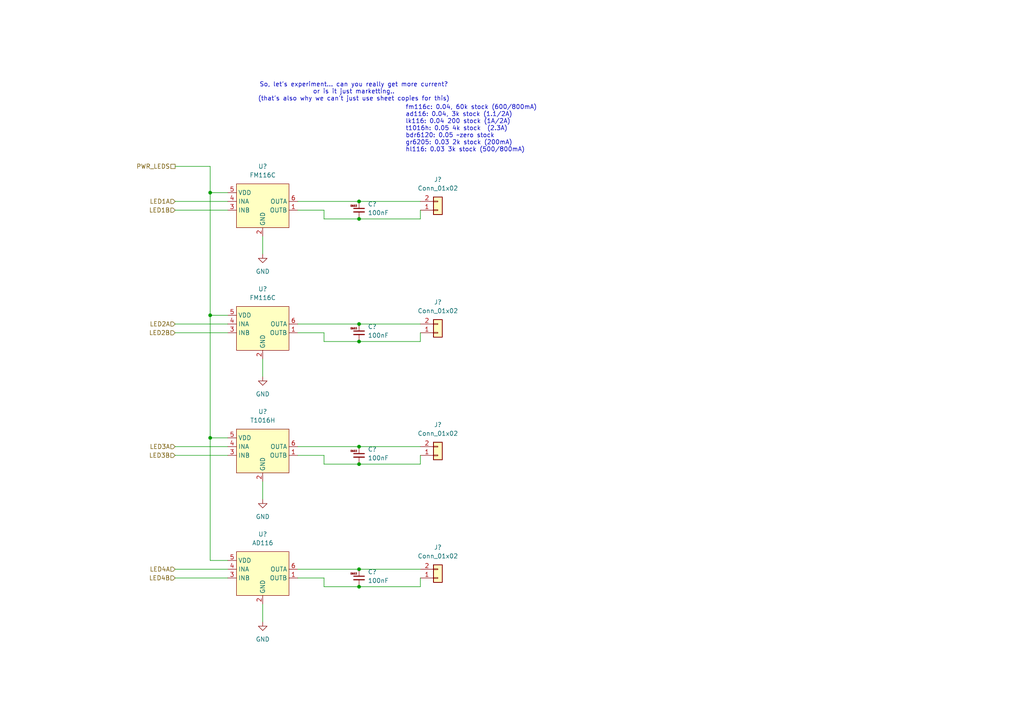
<source format=kicad_sch>
(kicad_sch (version 20250114) (generator "eeschema") (generator_version "9.0")
  (paper "A4")
  (lib_symbols
    (symbol "Connector_Generic:Conn_01x02" (pin_names (offset 1.016) (hide yes))
      (property "Reference" "J" (at 0 2.54 0))
      (property "Value" "Conn_01x02" (at 0 -5.08 0))
      (symbol "Conn_01x02_1_1"
        (rectangle (start -1.27 1.27) (end 1.27 -3.81) (stroke (width 0.254)) (fill (type background)))
        (rectangle (start -1.27 0.127) (end 0 -0.127) (stroke (width 0.1524)))
        (rectangle (start -1.27 -2.413) (end 0 -2.667) (stroke (width 0.1524)))
        (pin passive line (at -5.08 0 0) (length 3.81) (name "Pin_1") (number "1"))
        (pin passive line (at -5.08 -2.54 0) (length 3.81) (name "Pin_2") (number "2"))
      )
    )
    (symbol "karl-atomic-basic:KC0603_100nF" (pin_numbers (hide yes)) (pin_names (offset 0.254) (hide yes))
      (property "Reference" "C" (at 0.254 1.778 0))
      (property "Value" "100nF" (at 0.254 -2.032 0))
      (symbol "KC0603_100nF_0_1"
        (polyline (pts (xy -1.524 0.508) (xy 1.524 0.508)) (stroke (width 0.3048)))
        (polyline (pts (xy -1.524 -0.508) (xy 1.524 -0.508)) (stroke (width 0.3302)))
      )
      (symbol "KC0603_100nF_1_1"
        (text "0603" (at -1.524 1.27 0) (effects (font (size 0.508 0.508))))
        (pin passive line (at 0 2.54 270) (length 2.032) (name "~") (number "1"))
        (pin passive line (at 0 -2.54 90) (length 2.032) (name "~") (number "2"))
      )
    )
    (symbol "karl-parts:AD116"
      (property "Reference" "U" (at 6.604 8.89 0))
      (property "Value" "AD116" (at -4.826 8.89 0))
      (symbol "AD116_1_1"
        (rectangle (start -7.62 7.62) (end 7.62 -5.08) (fill (type background)))
        (pin power_in line (at -10.16 5.08 0) (length 2.54) (name "VDD") (number "5"))
        (pin input line (at -10.16 2.54 0) (length 2.54) (name "INA") (number "4"))
        (pin input line (at -10.16 0 0) (length 2.54) (name "INB") (number "3"))
        (pin power_in line (at 0 -7.62 90) (length 2.54) (name "GND") (number "2"))
        (pin output line (at 10.16 2.54 180) (length 2.54) (name "OUTA") (number "6"))
        (pin output line (at 10.16 0 180) (length 2.54) (name "OUTB") (number "1"))
      )
    )
    (symbol "karl-parts:FM116C"
      (property "Reference" "U" (at 6.604 8.89 0))
      (property "Value" "FM116C" (at -4.826 8.89 0))
      (symbol "FM116C_1_1"
        (rectangle (start -7.62 7.62) (end 7.62 -5.08) (fill (type background)))
        (pin power_in line (at -10.16 5.08 0) (length 2.54) (name "VDD") (number "5"))
        (pin input line (at -10.16 2.54 0) (length 2.54) (name "INA") (number "4"))
        (pin input line (at -10.16 0 0) (length 2.54) (name "INB") (number "3"))
        (pin power_in line (at 0 -7.62 90) (length 2.54) (name "GND") (number "2"))
        (pin output line (at 10.16 2.54 180) (length 2.54) (name "OUTA") (number "6"))
        (pin output line (at 10.16 0 180) (length 2.54) (name "OUTB") (number "1"))
      )
    )
    (symbol "karl-parts:T1016H"
      (property "Reference" "U" (at 6.604 8.89 0))
      (property "Value" "T1016H" (at -4.826 8.89 0))
      (symbol "T1016H_1_1"
        (rectangle (start -7.62 7.62) (end 7.62 -5.08) (fill (type background)))
        (pin power_in line (at -10.16 5.08 0) (length 2.54) (name "VDD") (number "5"))
        (pin input line (at -10.16 2.54 0) (length 2.54) (name "INA") (number "4"))
        (pin input line (at -10.16 0 0) (length 2.54) (name "INB") (number "3"))
        (pin power_in line (at 0 -7.62 90) (length 2.54) (name "GND") (number "2"))
        (pin output line (at 10.16 2.54 180) (length 2.54) (name "OUTA") (number "6"))
        (pin output line (at 10.16 0 180) (length 2.54) (name "OUTB") (number "1"))
      )
    )
    (symbol "power:GND" (power) (pin_numbers (hide yes)) (pin_names (offset 0) (hide yes))
      (property "Value" "GND" (at 0 -3.81 0))
      (symbol "GND_0_1"
        (polyline (pts (xy 0 0) (xy 0 -1.27) (xy 1.27 -1.27) (xy 0 -2.54) (xy -1.27 -1.27) (xy 0 -1.27)))
      )
      (symbol "GND_1_1"
        (pin power_in line (at 0 0 270) (length 0) (name "~") (number "1"))
      )
    )
  )
  (text "So, let's experiment... can you really get more current?\nor is it just marketting..\n(that's also why we can't just use sheet copies for this)" (at 102.616 26.67 0) (effects (font (size 1.27 1.27))))
  (text "fm116c: 0.04, 60k stock (600/800mA)\nad116: 0.04, 3k stock (1.1/2A)\nlk116: 0.04 200 stock (1A/2A)\nt1016h: 0.05 4k stock  (2.3A)\nbdr6120: 0.05 ~zero stock\ngr6205: 0.03 2k stock (200mA)\nhl116: 0.03 3k stock (500/800mA)" (at 117.602 37.338 0) (effects (font (size 1.27 1.27)) (justify left)))
  (junction (at 60.96 55.88))
  (junction (at 60.96 91.44))
  (junction (at 104.14 63.5))
  (junction (at 60.96 127))
  (junction (at 104.14 99.06))
  (junction (at 104.14 93.98))
  (junction (at 104.14 129.54))
  (junction (at 104.14 134.62))
  (junction (at 104.14 170.18))
  (junction (at 104.14 165.1))
  (junction (at 104.14 58.42))
  (wire (pts (xy 104.14 170.18) (xy 121.92 170.18)))
  (wire (pts (xy 93.98 170.18) (xy 104.14 170.18)))
  (wire (pts (xy 86.36 167.64) (xy 93.98 167.64)))
  (wire (pts (xy 93.98 96.52) (xy 93.98 99.06)))
  (wire (pts (xy 66.04 127) (xy 60.96 127)))
  (wire (pts (xy 86.36 58.42) (xy 104.14 58.42)))
  (wire (pts (xy 50.8 93.98) (xy 66.04 93.98)))
  (wire (pts (xy 66.04 91.44) (xy 60.96 91.44)))
  (wire (pts (xy 50.8 60.96) (xy 66.04 60.96)))
  (wire (pts (xy 50.8 96.52) (xy 66.04 96.52)))
  (wire (pts (xy 60.96 162.56) (xy 60.96 127)))
  (wire (pts (xy 104.14 99.06) (xy 121.92 99.06)))
  (wire (pts (xy 76.2 175.26) (xy 76.2 180.34)))
  (wire (pts (xy 86.36 93.98) (xy 104.14 93.98)))
  (wire (pts (xy 121.92 60.96) (xy 121.92 63.5)))
  (wire (pts (xy 86.36 96.52) (xy 93.98 96.52)))
  (wire (pts (xy 93.98 99.06) (xy 104.14 99.06)))
  (wire (pts (xy 76.2 104.14) (xy 76.2 109.22)))
  (wire (pts (xy 50.8 129.54) (xy 66.04 129.54)))
  (wire (pts (xy 93.98 134.62) (xy 104.14 134.62)))
  (wire (pts (xy 93.98 167.64) (xy 93.98 170.18)))
  (wire (pts (xy 76.2 68.58) (xy 76.2 73.66)))
  (wire (pts (xy 104.14 165.1) (xy 121.92 165.1)))
  (wire (pts (xy 104.14 93.98) (xy 121.92 93.98)))
  (wire (pts (xy 121.92 132.08) (xy 121.92 134.62)))
  (wire (pts (xy 86.36 165.1) (xy 104.14 165.1)))
  (wire (pts (xy 104.14 58.42) (xy 121.92 58.42)))
  (wire (pts (xy 86.36 60.96) (xy 93.98 60.96)))
  (wire (pts (xy 93.98 63.5) (xy 104.14 63.5)))
  (wire (pts (xy 104.14 63.5) (xy 121.92 63.5)))
  (wire (pts (xy 93.98 132.08) (xy 93.98 134.62)))
  (wire (pts (xy 104.14 129.54) (xy 121.92 129.54)))
  (wire (pts (xy 60.96 48.26) (xy 60.96 55.88)))
  (wire (pts (xy 93.98 60.96) (xy 93.98 63.5)))
  (wire (pts (xy 50.8 165.1) (xy 66.04 165.1)))
  (wire (pts (xy 121.92 96.52) (xy 121.92 99.06)))
  (wire (pts (xy 121.92 167.64) (xy 121.92 170.18)))
  (wire (pts (xy 60.96 91.44) (xy 60.96 55.88)))
  (wire (pts (xy 66.04 162.56) (xy 60.96 162.56)))
  (wire (pts (xy 50.8 167.64) (xy 66.04 167.64)))
  (wire (pts (xy 104.14 134.62) (xy 121.92 134.62)))
  (wire (pts (xy 86.36 132.08) (xy 93.98 132.08)))
  (wire (pts (xy 60.96 55.88) (xy 66.04 55.88)))
  (wire (pts (xy 60.96 127) (xy 60.96 91.44)))
  (wire (pts (xy 76.2 139.7) (xy 76.2 144.78)))
  (wire (pts (xy 50.8 132.08) (xy 66.04 132.08)))
  (wire (pts (xy 50.8 58.42) (xy 66.04 58.42)))
  (wire (pts (xy 50.8 48.26) (xy 60.96 48.26)))
  (wire (pts (xy 86.36 129.54) (xy 104.14 129.54)))
  (hierarchical_label "LED1B" (shape input) (at 50.8 60.96 180))
  (hierarchical_label "LED4A" (shape input) (at 50.8 165.1 180))
  (hierarchical_label "PWR_LEDS" (shape passive) (at 50.8 48.26 180))
  (hierarchical_label "LED2A" (shape input) (at 50.8 93.98 180))
  (hierarchical_label "LED1A" (shape input) (at 50.8 58.42 180))
  (hierarchical_label "LED3B" (shape input) (at 50.8 132.08 180))
  (hierarchical_label "LED2B" (shape input) (at 50.8 96.52 180))
  (hierarchical_label "LED4B" (shape input) (at 50.8 167.64 180))
  (hierarchical_label "LED3A" (shape input) (at 50.8 129.54 180))
  (symbol (lib_id "karl-atomic-basic:KC0603_100nF") (at 104.14 60.96 0) (unit 1)
    (property "Reference" "C?" (at 106.68 59.1871 0) (effects (justify left)))
    (property "Value" "100nF" (at 106.68 61.7271 0) (effects (justify left)))
    (property "Footprint" "Capacitor_SMD:C_0603_1608Metric" (effects (hide yes)))
    (property "Description" "50V, X7R" (effects (hide yes)))
    (property "MPN" "CC0603KRX7R9BB104" (effects (hide yes)))
    (property "LCSC Part #" "C14663" (effects (hide yes)))
  )
  (symbol (lib_id "Connector_Generic:Conn_01x02") (at 127 132.08 0) (mirror x) (unit 1)
    (property "Reference" "J?" (at 127 123.19 0))
    (property "Value" "Conn_01x02" (at 127 125.73 0))
    (property "Footprint" "Connector_Phoenix_MC:PhoenixContact_MCV_1,5_2-G-3.81_1x02_P3.81mm_Vertical" (effects (hide yes)))
    (property "Description" "Generic connector, single row, 01x02, script generated (kicad-library-utils/schlib/autogen/connector/)" (effects (hide yes)))
    (property "MPN" "WJ15EDGVC-3.81-2P" (effects (hide yes)))
    (property "LCSC Part #" "C8396" (effects (hide yes)))
  )
  (symbol (lib_id "karl-atomic-basic:KC0603_100nF") (at 104.14 167.64 0) (unit 1)
    (property "Reference" "C?" (at 106.68 165.8671 0) (effects (justify left)))
    (property "Value" "100nF" (at 106.68 168.4071 0) (effects (justify left)))
    (property "Footprint" "Capacitor_SMD:C_0603_1608Metric" (effects (hide yes)))
    (property "Description" "50V, X7R" (effects (hide yes)))
    (property "MPN" "CC0603KRX7R9BB104" (effects (hide yes)))
    (property "LCSC Part #" "C14663" (effects (hide yes)))
  )
  (symbol (lib_id "karl-parts:T1016H") (at 76.2 132.08 0) (unit 1)
    (property "Reference" "U?" (at 76.2 119.38 0))
    (property "Value" "T1016H" (at 76.2 121.92 0))
    (property "Footprint" "Package_TO_SOT_SMD:SOT-23-6" (effects (hide yes)))
    (property "Datasheet" "https://www.lcsc.com/datasheet/C5142991.pdf" (effects (hide yes)))
    (property "Description" "Single channel SOT23-6 DC Motor Driver, 2-6.5V, 0.9A/2.3A peak" (effects (hide yes)))
    (property "MPN" "T1016H" (effects (hide yes)))
    (property "LCSC Part #" "C5142991" (effects (hide yes)))
  )
  (symbol (lib_id "karl-atomic-basic:KC0603_100nF") (at 104.14 96.52 0) (unit 1)
    (property "Reference" "C?" (at 106.68 94.7471 0) (effects (justify left)))
    (property "Value" "100nF" (at 106.68 97.2871 0) (effects (justify left)))
    (property "Footprint" "Capacitor_SMD:C_0603_1608Metric" (effects (hide yes)))
    (property "Description" "50V, X7R" (effects (hide yes)))
    (property "MPN" "CC0603KRX7R9BB104" (effects (hide yes)))
    (property "LCSC Part #" "C14663" (effects (hide yes)))
  )
  (symbol (lib_id "karl-atomic-basic:KC0603_100nF") (at 104.14 132.08 0) (unit 1)
    (property "Reference" "C?" (at 106.68 130.3071 0) (effects (justify left)))
    (property "Value" "100nF" (at 106.68 132.8471 0) (effects (justify left)))
    (property "Footprint" "Capacitor_SMD:C_0603_1608Metric" (effects (hide yes)))
    (property "Description" "50V, X7R" (effects (hide yes)))
    (property "MPN" "CC0603KRX7R9BB104" (effects (hide yes)))
    (property "LCSC Part #" "C14663" (effects (hide yes)))
  )
  (symbol (lib_id "karl-parts:FM116C") (at 76.2 96.52 0) (unit 1)
    (property "Reference" "U?" (at 76.2 83.82 0))
    (property "Value" "FM116C" (at 76.2 86.36 0))
    (property "Footprint" "Package_TO_SOT_SMD:SOT-23-6" (effects (hide yes)))
    (property "Datasheet" "https://www.lcsc.com/datasheet/C2802264.pdf" (effects (hide yes)))
    (property "Description" "Single channel SOT23-6 DC Motor Driver, 2-6V, 0.6A/0.8A peak" (effects (hide yes)))
    (property "MPN" "FM116C" (effects (hide yes)))
    (property "LCSC Part #" "C2802264" (effects (hide yes)))
  )
  (symbol (lib_id "power:GND") (at 76.2 109.22 0) (unit 1)
    (property "Reference" "#PWR?" (effects (hide yes)))
    (property "Value" "GND" (at 76.2 114.3 0))
    (property "Description" "Power symbol creates a global label with name \"GND\" , ground" (effects (hide yes)))
  )
  (symbol (lib_id "power:GND") (at 76.2 73.66 0) (unit 1)
    (property "Reference" "#PWR?" (effects (hide yes)))
    (property "Value" "GND" (at 76.2 78.74 0))
    (property "Description" "Power symbol creates a global label with name \"GND\" , ground" (effects (hide yes)))
  )
  (symbol (lib_id "karl-parts:AD116") (at 76.2 167.64 0) (unit 1)
    (property "Reference" "U?" (at 76.2 154.94 0))
    (property "Value" "AD116" (at 76.2 157.48 0))
    (property "Footprint" "Package_TO_SOT_SMD:SOT-23-6" (effects (hide yes)))
    (property "Datasheet" "https://www.lcsc.com/datasheet/C7463412.pdf" (effects (hide yes)))
    (property "Description" "Single channel SOT23-6 DC Motor Driver, 2-7V, 1.1A/2A peak" (effects (hide yes)))
    (property "MPN" "AD116" (effects (hide yes)))
    (property "LCSC Part #" "C7463412" (effects (hide yes)))
  )
  (symbol (lib_id "power:GND") (at 76.2 180.34 0) (unit 1)
    (property "Reference" "#PWR?" (effects (hide yes)))
    (property "Value" "GND" (at 76.2 185.42 0))
    (property "Description" "Power symbol creates a global label with name \"GND\" , ground" (effects (hide yes)))
  )
  (symbol (lib_id "power:GND") (at 76.2 144.78 0) (unit 1)
    (property "Reference" "#PWR?" (effects (hide yes)))
    (property "Value" "GND" (at 76.2 149.86 0))
    (property "Description" "Power symbol creates a global label with name \"GND\" , ground" (effects (hide yes)))
  )
  (symbol (lib_id "Connector_Generic:Conn_01x02") (at 127 96.52 0) (mirror x) (unit 1)
    (property "Reference" "J?" (at 127 87.63 0))
    (property "Value" "Conn_01x02" (at 127 90.17 0))
    (property "Footprint" "Connector_Phoenix_MC:PhoenixContact_MCV_1,5_2-G-3.81_1x02_P3.81mm_Vertical" (effects (hide yes)))
    (property "Description" "Generic connector, single row, 01x02, script generated (kicad-library-utils/schlib/autogen/connector/)" (effects (hide yes)))
    (property "MPN" "WJ15EDGVC-3.81-2P" (effects (hide yes)))
    (property "LCSC Part #" "C8396" (effects (hide yes)))
  )
  (symbol (lib_id "Connector_Generic:Conn_01x02") (at 127 167.64 0) (mirror x) (unit 1)
    (property "Reference" "J?" (at 127 158.75 0))
    (property "Value" "Conn_01x02" (at 127 161.29 0))
    (property "Footprint" "Connector_Phoenix_MC:PhoenixContact_MCV_1,5_2-G-3.81_1x02_P3.81mm_Vertical" (effects (hide yes)))
    (property "Description" "Generic connector, single row, 01x02, script generated (kicad-library-utils/schlib/autogen/connector/)" (effects (hide yes)))
    (property "MPN" "WJ15EDGVC-3.81-2P" (effects (hide yes)))
    (property "LCSC Part #" "C8396" (effects (hide yes)))
  )
  (symbol (lib_id "karl-parts:FM116C") (at 76.2 60.96 0) (unit 1)
    (property "Reference" "U?" (at 76.2 48.26 0))
    (property "Value" "FM116C" (at 76.2 50.8 0))
    (property "Footprint" "Package_TO_SOT_SMD:SOT-23-6" (effects (hide yes)))
    (property "Datasheet" "https://www.lcsc.com/datasheet/C2802264.pdf" (effects (hide yes)))
    (property "Description" "Single channel SOT23-6 DC Motor Driver, 2-6V, 0.6A/0.8A peak" (effects (hide yes)))
    (property "MPN" "FM116C" (effects (hide yes)))
    (property "LCSC Part #" "C2802264" (effects (hide yes)))
  )
  (symbol (lib_id "Connector_Generic:Conn_01x02") (at 127 60.96 0) (mirror x) (unit 1)
    (property "Reference" "J?" (at 127 52.07 0))
    (property "Value" "Conn_01x02" (at 127 54.61 0))
    (property "Footprint" "Connector_Phoenix_MC:PhoenixContact_MCV_1,5_2-G-3.81_1x02_P3.81mm_Vertical" (effects (hide yes)))
    (property "Description" "Generic connector, single row, 01x02, script generated (kicad-library-utils/schlib/autogen/connector/)" (effects (hide yes)))
    (property "MPN" "WJ15EDGVC-3.81-2P" (effects (hide yes)))
    (property "LCSC Part #" "C8396" (effects (hide yes)))
  )
)
</source>
